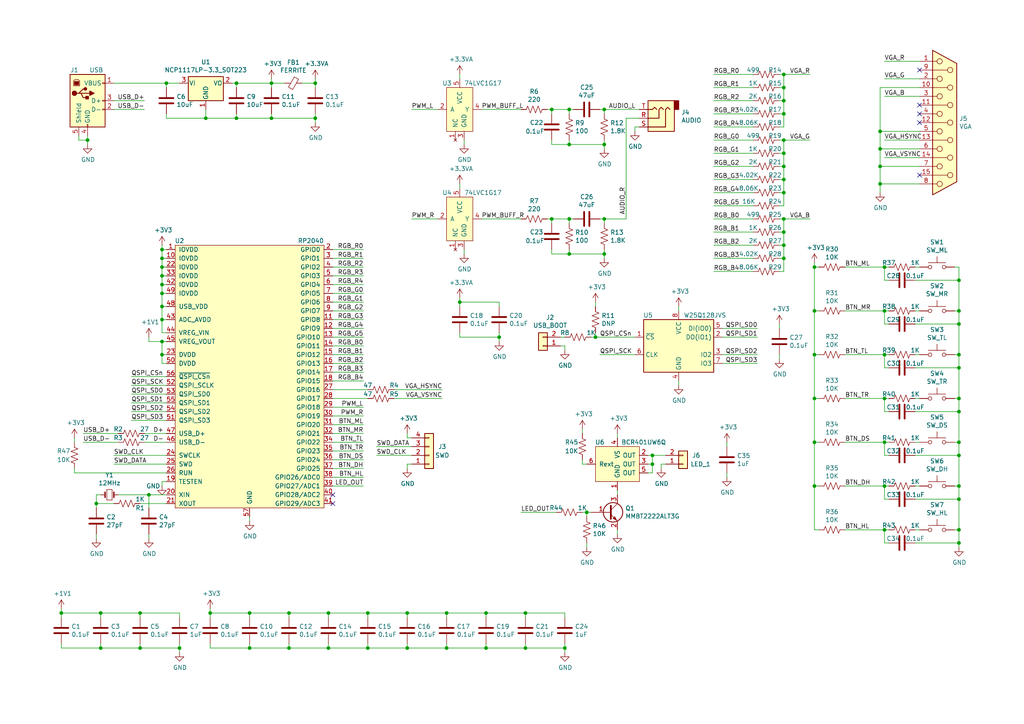
<source format=kicad_sch>
(kicad_sch (version 20210621) (generator eeschema)
  (paper "A4")
  (title_block (title "Electris Arcade Controller") (rev "A"))
  (junction (at 17.78 177.8))
  (junction (at 25.4 40.64))
  (junction (at 27.94 146.05))
  (junction (at 29.21 177.8))
  (junction (at 29.21 187.96))
  (junction (at 40.64 177.8))
  (junction (at 40.64 187.96))
  (junction (at 43.18 143.51))
  (junction (at 46.99 72.39))
  (junction (at 46.99 74.93))
  (junction (at 46.99 77.47))
  (junction (at 46.99 80.01))
  (junction (at 46.99 82.55))
  (junction (at 46.99 85.09))
  (junction (at 46.99 88.9))
  (junction (at 46.99 92.71))
  (junction (at 46.99 99.06))
  (junction (at 46.99 102.87))
  (junction (at 48.26 24.13))
  (junction (at 52.07 187.96))
  (junction (at 59.69 34.29))
  (junction (at 60.96 177.8))
  (junction (at 68.58 24.13))
  (junction (at 68.58 34.29))
  (junction (at 72.39 177.8))
  (junction (at 72.39 187.96))
  (junction (at 78.74 24.13))
  (junction (at 78.74 34.29))
  (junction (at 83.82 177.8))
  (junction (at 83.82 187.96))
  (junction (at 91.44 24.13))
  (junction (at 91.44 34.29))
  (junction (at 95.25 177.8))
  (junction (at 95.25 187.96))
  (junction (at 106.68 177.8))
  (junction (at 106.68 187.96))
  (junction (at 118.11 177.8))
  (junction (at 118.11 187.96))
  (junction (at 129.54 177.8))
  (junction (at 129.54 187.96))
  (junction (at 133.35 87.63))
  (junction (at 140.97 177.8))
  (junction (at 140.97 187.96))
  (junction (at 144.78 97.79))
  (junction (at 152.4 177.8))
  (junction (at 152.4 187.96))
  (junction (at 160.02 31.75))
  (junction (at 160.02 63.5))
  (junction (at 163.83 187.96))
  (junction (at 165.1 31.75))
  (junction (at 165.1 41.91))
  (junction (at 165.1 63.5))
  (junction (at 165.1 73.66))
  (junction (at 170.18 148.59))
  (junction (at 172.72 97.79))
  (junction (at 175.26 31.75))
  (junction (at 175.26 41.91))
  (junction (at 175.26 63.5))
  (junction (at 175.26 73.66))
  (junction (at 189.23 132.08))
  (junction (at 189.23 134.62))
  (junction (at 227.33 21.59))
  (junction (at 227.33 25.4))
  (junction (at 227.33 29.21))
  (junction (at 227.33 33.02))
  (junction (at 227.33 40.64))
  (junction (at 227.33 44.45))
  (junction (at 227.33 48.26))
  (junction (at 227.33 52.07))
  (junction (at 227.33 55.88))
  (junction (at 227.33 63.5))
  (junction (at 227.33 67.31))
  (junction (at 227.33 71.12))
  (junction (at 227.33 74.93))
  (junction (at 236.22 77.47))
  (junction (at 236.22 90.17))
  (junction (at 236.22 102.87))
  (junction (at 236.22 115.57))
  (junction (at 236.22 128.27))
  (junction (at 236.22 140.97))
  (junction (at 255.27 38.1))
  (junction (at 255.27 43.18))
  (junction (at 255.27 48.26))
  (junction (at 255.27 53.34))
  (junction (at 256.54 77.47))
  (junction (at 256.54 90.17))
  (junction (at 256.54 102.87))
  (junction (at 256.54 115.57))
  (junction (at 256.54 128.27))
  (junction (at 256.54 140.97))
  (junction (at 256.54 153.67))
  (junction (at 278.13 81.28))
  (junction (at 278.13 90.17))
  (junction (at 278.13 93.98))
  (junction (at 278.13 102.87))
  (junction (at 278.13 106.68))
  (junction (at 278.13 115.57))
  (junction (at 278.13 119.38))
  (junction (at 278.13 128.27))
  (junction (at 278.13 132.08))
  (junction (at 278.13 140.97))
  (junction (at 278.13 144.78))
  (junction (at 278.13 153.67))
  (junction (at 278.13 157.48))
  (no_connect (at 96.52 143.51))
  (no_connect (at 96.52 146.05))
  (no_connect (at 266.7 20.32))
  (no_connect (at 266.7 30.48))
  (no_connect (at 266.7 33.02))
  (no_connect (at 266.7 35.56))
  (no_connect (at 266.7 50.8))
  (wire (pts (xy 17.78 177.8) (xy 17.78 176.53)))
  (wire (pts (xy 17.78 177.8) (xy 29.21 177.8)))
  (wire (pts (xy 17.78 179.07) (xy 17.78 177.8)))
  (wire (pts (xy 17.78 187.96) (xy 17.78 186.69)))
  (wire (pts (xy 21.59 128.27) (xy 21.59 127)))
  (wire (pts (xy 21.59 137.16) (xy 21.59 135.89)))
  (wire (pts (xy 22.86 39.37) (xy 22.86 40.64)))
  (wire (pts (xy 22.86 40.64) (xy 25.4 40.64)))
  (wire (pts (xy 24.13 128.27) (xy 34.29 128.27)))
  (wire (pts (xy 25.4 40.64) (xy 25.4 39.37)))
  (wire (pts (xy 25.4 40.64) (xy 25.4 41.91)))
  (wire (pts (xy 27.94 143.51) (xy 27.94 146.05)))
  (wire (pts (xy 27.94 143.51) (xy 29.21 143.51)))
  (wire (pts (xy 27.94 146.05) (xy 27.94 147.32)))
  (wire (pts (xy 27.94 154.94) (xy 27.94 156.21)))
  (wire (pts (xy 29.21 177.8) (xy 29.21 179.07)))
  (wire (pts (xy 29.21 177.8) (xy 40.64 177.8)))
  (wire (pts (xy 29.21 186.69) (xy 29.21 187.96)))
  (wire (pts (xy 29.21 187.96) (xy 17.78 187.96)))
  (wire (pts (xy 29.21 187.96) (xy 40.64 187.96)))
  (wire (pts (xy 33.02 24.13) (xy 48.26 24.13)))
  (wire (pts (xy 33.02 31.75) (xy 41.91 31.75)))
  (wire (pts (xy 33.02 132.08) (xy 48.26 132.08)))
  (wire (pts (xy 33.02 134.62) (xy 48.26 134.62)))
  (wire (pts (xy 33.02 146.05) (xy 27.94 146.05)))
  (wire (pts (xy 34.29 125.73) (xy 24.13 125.73)))
  (wire (pts (xy 34.29 143.51) (xy 43.18 143.51)))
  (wire (pts (xy 38.1 109.22) (xy 48.26 109.22)))
  (wire (pts (xy 38.1 111.76) (xy 48.26 111.76)))
  (wire (pts (xy 38.1 116.84) (xy 48.26 116.84)))
  (wire (pts (xy 38.1 121.92) (xy 48.26 121.92)))
  (wire (pts (xy 40.64 146.05) (xy 48.26 146.05)))
  (wire (pts (xy 40.64 177.8) (xy 40.64 179.07)))
  (wire (pts (xy 40.64 177.8) (xy 52.07 177.8)))
  (wire (pts (xy 40.64 187.96) (xy 40.64 186.69)))
  (wire (pts (xy 41.91 29.21) (xy 33.02 29.21)))
  (wire (pts (xy 41.91 125.73) (xy 48.26 125.73)))
  (wire (pts (xy 43.18 97.79) (xy 43.18 99.06)))
  (wire (pts (xy 43.18 99.06) (xy 46.99 99.06)))
  (wire (pts (xy 43.18 143.51) (xy 43.18 147.32)))
  (wire (pts (xy 43.18 143.51) (xy 48.26 143.51)))
  (wire (pts (xy 43.18 154.94) (xy 43.18 156.21)))
  (wire (pts (xy 46.99 71.12) (xy 46.99 72.39)))
  (wire (pts (xy 46.99 72.39) (xy 46.99 74.93)))
  (wire (pts (xy 46.99 72.39) (xy 48.26 72.39)))
  (wire (pts (xy 46.99 74.93) (xy 48.26 74.93)))
  (wire (pts (xy 46.99 77.47) (xy 46.99 74.93)))
  (wire (pts (xy 46.99 80.01) (xy 46.99 77.47)))
  (wire (pts (xy 46.99 82.55) (xy 46.99 80.01)))
  (wire (pts (xy 46.99 85.09) (xy 46.99 82.55)))
  (wire (pts (xy 46.99 88.9) (xy 46.99 85.09)))
  (wire (pts (xy 46.99 92.71) (xy 46.99 88.9)))
  (wire (pts (xy 46.99 96.52) (xy 46.99 92.71)))
  (wire (pts (xy 46.99 99.06) (xy 46.99 102.87)))
  (wire (pts (xy 46.99 102.87) (xy 46.99 105.41)))
  (wire (pts (xy 46.99 105.41) (xy 48.26 105.41)))
  (wire (pts (xy 46.99 139.7) (xy 46.99 140.97)))
  (wire (pts (xy 48.26 24.13) (xy 52.07 24.13)))
  (wire (pts (xy 48.26 25.4) (xy 48.26 24.13)))
  (wire (pts (xy 48.26 33.02) (xy 48.26 34.29)))
  (wire (pts (xy 48.26 77.47) (xy 46.99 77.47)))
  (wire (pts (xy 48.26 80.01) (xy 46.99 80.01)))
  (wire (pts (xy 48.26 82.55) (xy 46.99 82.55)))
  (wire (pts (xy 48.26 85.09) (xy 46.99 85.09)))
  (wire (pts (xy 48.26 88.9) (xy 46.99 88.9)))
  (wire (pts (xy 48.26 92.71) (xy 46.99 92.71)))
  (wire (pts (xy 48.26 96.52) (xy 46.99 96.52)))
  (wire (pts (xy 48.26 99.06) (xy 46.99 99.06)))
  (wire (pts (xy 48.26 102.87) (xy 46.99 102.87)))
  (wire (pts (xy 48.26 114.3) (xy 38.1 114.3)))
  (wire (pts (xy 48.26 119.38) (xy 38.1 119.38)))
  (wire (pts (xy 48.26 128.27) (xy 41.91 128.27)))
  (wire (pts (xy 48.26 137.16) (xy 21.59 137.16)))
  (wire (pts (xy 48.26 139.7) (xy 46.99 139.7)))
  (wire (pts (xy 52.07 177.8) (xy 52.07 179.07)))
  (wire (pts (xy 52.07 186.69) (xy 52.07 187.96)))
  (wire (pts (xy 52.07 187.96) (xy 40.64 187.96)))
  (wire (pts (xy 52.07 187.96) (xy 52.07 189.23)))
  (wire (pts (xy 59.69 31.75) (xy 59.69 34.29)))
  (wire (pts (xy 59.69 34.29) (xy 48.26 34.29)))
  (wire (pts (xy 60.96 176.53) (xy 60.96 177.8)))
  (wire (pts (xy 60.96 177.8) (xy 60.96 179.07)))
  (wire (pts (xy 60.96 177.8) (xy 72.39 177.8)))
  (wire (pts (xy 60.96 186.69) (xy 60.96 187.96)))
  (wire (pts (xy 60.96 187.96) (xy 72.39 187.96)))
  (wire (pts (xy 67.31 24.13) (xy 68.58 24.13)))
  (wire (pts (xy 68.58 24.13) (xy 68.58 25.4)))
  (wire (pts (xy 68.58 24.13) (xy 78.74 24.13)))
  (wire (pts (xy 68.58 33.02) (xy 68.58 34.29)))
  (wire (pts (xy 68.58 34.29) (xy 59.69 34.29)))
  (wire (pts (xy 68.58 34.29) (xy 78.74 34.29)))
  (wire (pts (xy 72.39 149.86) (xy 72.39 151.13)))
  (wire (pts (xy 72.39 177.8) (xy 72.39 179.07)))
  (wire (pts (xy 72.39 177.8) (xy 83.82 177.8)))
  (wire (pts (xy 72.39 186.69) (xy 72.39 187.96)))
  (wire (pts (xy 72.39 187.96) (xy 83.82 187.96)))
  (wire (pts (xy 78.74 22.86) (xy 78.74 24.13)))
  (wire (pts (xy 78.74 24.13) (xy 78.74 25.4)))
  (wire (pts (xy 78.74 24.13) (xy 82.55 24.13)))
  (wire (pts (xy 78.74 33.02) (xy 78.74 34.29)))
  (wire (pts (xy 78.74 34.29) (xy 91.44 34.29)))
  (wire (pts (xy 83.82 177.8) (xy 83.82 179.07)))
  (wire (pts (xy 83.82 177.8) (xy 95.25 177.8)))
  (wire (pts (xy 83.82 186.69) (xy 83.82 187.96)))
  (wire (pts (xy 83.82 187.96) (xy 95.25 187.96)))
  (wire (pts (xy 87.63 24.13) (xy 91.44 24.13)))
  (wire (pts (xy 91.44 22.86) (xy 91.44 24.13)))
  (wire (pts (xy 91.44 25.4) (xy 91.44 24.13)))
  (wire (pts (xy 91.44 34.29) (xy 91.44 33.02)))
  (wire (pts (xy 91.44 34.29) (xy 91.44 35.56)))
  (wire (pts (xy 95.25 177.8) (xy 95.25 179.07)))
  (wire (pts (xy 95.25 177.8) (xy 106.68 177.8)))
  (wire (pts (xy 95.25 186.69) (xy 95.25 187.96)))
  (wire (pts (xy 95.25 187.96) (xy 106.68 187.96)))
  (wire (pts (xy 96.52 74.93) (xy 105.41 74.93)))
  (wire (pts (xy 96.52 80.01) (xy 105.41 80.01)))
  (wire (pts (xy 96.52 87.63) (xy 105.41 87.63)))
  (wire (pts (xy 96.52 92.71) (xy 105.41 92.71)))
  (wire (pts (xy 96.52 102.87) (xy 105.41 102.87)))
  (wire (pts (xy 96.52 107.95) (xy 105.41 107.95)))
  (wire (pts (xy 96.52 125.73) (xy 105.41 125.73)))
  (wire (pts (xy 96.52 130.81) (xy 105.41 130.81)))
  (wire (pts (xy 96.52 135.89) (xy 105.41 135.89)))
  (wire (pts (xy 105.41 72.39) (xy 96.52 72.39)))
  (wire (pts (xy 105.41 77.47) (xy 96.52 77.47)))
  (wire (pts (xy 105.41 82.55) (xy 96.52 82.55)))
  (wire (pts (xy 105.41 85.09) (xy 96.52 85.09)))
  (wire (pts (xy 105.41 90.17) (xy 96.52 90.17)))
  (wire (pts (xy 105.41 95.25) (xy 96.52 95.25)))
  (wire (pts (xy 105.41 97.79) (xy 96.52 97.79)))
  (wire (pts (xy 105.41 100.33) (xy 96.52 100.33)))
  (wire (pts (xy 105.41 105.41) (xy 96.52 105.41)))
  (wire (pts (xy 105.41 110.49) (xy 96.52 110.49)))
  (wire (pts (xy 105.41 118.11) (xy 96.52 118.11)))
  (wire (pts (xy 105.41 120.65) (xy 96.52 120.65)))
  (wire (pts (xy 105.41 123.19) (xy 96.52 123.19)))
  (wire (pts (xy 105.41 128.27) (xy 96.52 128.27)))
  (wire (pts (xy 105.41 133.35) (xy 96.52 133.35)))
  (wire (pts (xy 105.41 138.43) (xy 96.52 138.43)))
  (wire (pts (xy 105.41 140.97) (xy 96.52 140.97)))
  (wire (pts (xy 106.68 113.03) (xy 96.52 113.03)))
  (wire (pts (xy 106.68 115.57) (xy 96.52 115.57)))
  (wire (pts (xy 106.68 177.8) (xy 106.68 179.07)))
  (wire (pts (xy 106.68 177.8) (xy 118.11 177.8)))
  (wire (pts (xy 106.68 186.69) (xy 106.68 187.96)))
  (wire (pts (xy 106.68 187.96) (xy 118.11 187.96)))
  (wire (pts (xy 114.3 113.03) (xy 128.27 113.03)))
  (wire (pts (xy 118.11 127) (xy 118.11 125.73)))
  (wire (pts (xy 118.11 134.62) (xy 118.11 135.89)))
  (wire (pts (xy 118.11 177.8) (xy 118.11 179.07)))
  (wire (pts (xy 118.11 177.8) (xy 129.54 177.8)))
  (wire (pts (xy 118.11 186.69) (xy 118.11 187.96)))
  (wire (pts (xy 118.11 187.96) (xy 129.54 187.96)))
  (wire (pts (xy 119.38 31.75) (xy 127 31.75)))
  (wire (pts (xy 119.38 63.5) (xy 127 63.5)))
  (wire (pts (xy 119.38 127) (xy 118.11 127)))
  (wire (pts (xy 119.38 129.54) (xy 109.22 129.54)))
  (wire (pts (xy 119.38 132.08) (xy 109.22 132.08)))
  (wire (pts (xy 119.38 134.62) (xy 118.11 134.62)))
  (wire (pts (xy 128.27 115.57) (xy 114.3 115.57)))
  (wire (pts (xy 129.54 177.8) (xy 129.54 179.07)))
  (wire (pts (xy 129.54 177.8) (xy 140.97 177.8)))
  (wire (pts (xy 129.54 186.69) (xy 129.54 187.96)))
  (wire (pts (xy 129.54 187.96) (xy 140.97 187.96)))
  (wire (pts (xy 133.35 21.59) (xy 133.35 22.86)))
  (wire (pts (xy 133.35 53.34) (xy 133.35 54.61)))
  (wire (pts (xy 133.35 86.36) (xy 133.35 87.63)))
  (wire (pts (xy 133.35 87.63) (xy 133.35 88.9)))
  (wire (pts (xy 133.35 87.63) (xy 144.78 87.63)))
  (wire (pts (xy 133.35 97.79) (xy 133.35 96.52)))
  (wire (pts (xy 134.62 40.64) (xy 134.62 41.91)))
  (wire (pts (xy 134.62 72.39) (xy 134.62 73.66)))
  (wire (pts (xy 140.97 177.8) (xy 140.97 179.07)))
  (wire (pts (xy 140.97 177.8) (xy 152.4 177.8)))
  (wire (pts (xy 140.97 186.69) (xy 140.97 187.96)))
  (wire (pts (xy 140.97 187.96) (xy 152.4 187.96)))
  (wire (pts (xy 144.78 87.63) (xy 144.78 88.9)))
  (wire (pts (xy 144.78 96.52) (xy 144.78 97.79)))
  (wire (pts (xy 144.78 97.79) (xy 133.35 97.79)))
  (wire (pts (xy 144.78 97.79) (xy 144.78 99.06)))
  (wire (pts (xy 151.13 31.75) (xy 139.7 31.75)))
  (wire (pts (xy 151.13 63.5) (xy 139.7 63.5)))
  (wire (pts (xy 151.13 148.59) (xy 161.29 148.59)))
  (wire (pts (xy 152.4 177.8) (xy 152.4 179.07)))
  (wire (pts (xy 152.4 177.8) (xy 163.83 177.8)))
  (wire (pts (xy 152.4 187.96) (xy 152.4 186.69)))
  (wire (pts (xy 158.75 31.75) (xy 160.02 31.75)))
  (wire (pts (xy 158.75 63.5) (xy 160.02 63.5)))
  (wire (pts (xy 160.02 31.75) (xy 160.02 33.02)))
  (wire (pts (xy 160.02 40.64) (xy 160.02 41.91)))
  (wire (pts (xy 160.02 63.5) (xy 160.02 64.77)))
  (wire (pts (xy 160.02 72.39) (xy 160.02 73.66)))
  (wire (pts (xy 162.56 97.79) (xy 163.83 97.79)))
  (wire (pts (xy 162.56 100.33) (xy 163.83 100.33)))
  (wire (pts (xy 163.83 100.33) (xy 163.83 101.6)))
  (wire (pts (xy 163.83 177.8) (xy 163.83 179.07)))
  (wire (pts (xy 163.83 186.69) (xy 163.83 187.96)))
  (wire (pts (xy 163.83 187.96) (xy 152.4 187.96)))
  (wire (pts (xy 163.83 187.96) (xy 163.83 189.23)))
  (wire (pts (xy 165.1 31.75) (xy 160.02 31.75)))
  (wire (pts (xy 165.1 31.75) (xy 165.1 33.02)))
  (wire (pts (xy 165.1 40.64) (xy 165.1 41.91)))
  (wire (pts (xy 165.1 41.91) (xy 160.02 41.91)))
  (wire (pts (xy 165.1 63.5) (xy 160.02 63.5)))
  (wire (pts (xy 165.1 63.5) (xy 165.1 64.77)))
  (wire (pts (xy 165.1 72.39) (xy 165.1 73.66)))
  (wire (pts (xy 165.1 73.66) (xy 160.02 73.66)))
  (wire (pts (xy 166.37 31.75) (xy 165.1 31.75)))
  (wire (pts (xy 166.37 63.5) (xy 165.1 63.5)))
  (wire (pts (xy 168.91 125.73) (xy 168.91 124.46)))
  (wire (pts (xy 168.91 134.62) (xy 168.91 133.35)))
  (wire (pts (xy 170.18 134.62) (xy 168.91 134.62)))
  (wire (pts (xy 170.18 148.59) (xy 168.91 148.59)))
  (wire (pts (xy 170.18 149.86) (xy 170.18 148.59)))
  (wire (pts (xy 170.18 157.48) (xy 170.18 158.75)))
  (wire (pts (xy 171.45 97.79) (xy 172.72 97.79)))
  (wire (pts (xy 171.45 148.59) (xy 170.18 148.59)))
  (wire (pts (xy 172.72 87.63) (xy 172.72 88.9)))
  (wire (pts (xy 172.72 96.52) (xy 172.72 97.79)))
  (wire (pts (xy 172.72 97.79) (xy 184.15 97.79)))
  (wire (pts (xy 173.99 31.75) (xy 175.26 31.75)))
  (wire (pts (xy 173.99 63.5) (xy 175.26 63.5)))
  (wire (pts (xy 175.26 31.75) (xy 175.26 33.02)))
  (wire (pts (xy 175.26 31.75) (xy 185.42 31.75)))
  (wire (pts (xy 175.26 40.64) (xy 175.26 41.91)))
  (wire (pts (xy 175.26 41.91) (xy 165.1 41.91)))
  (wire (pts (xy 175.26 41.91) (xy 175.26 43.18)))
  (wire (pts (xy 175.26 63.5) (xy 175.26 64.77)))
  (wire (pts (xy 175.26 63.5) (xy 181.61 63.5)))
  (wire (pts (xy 175.26 72.39) (xy 175.26 73.66)))
  (wire (pts (xy 175.26 73.66) (xy 165.1 73.66)))
  (wire (pts (xy 175.26 73.66) (xy 175.26 74.93)))
  (wire (pts (xy 179.07 127) (xy 179.07 125.73)))
  (wire (pts (xy 179.07 142.24) (xy 179.07 143.51)))
  (wire (pts (xy 179.07 153.67) (xy 179.07 154.94)))
  (wire (pts (xy 181.61 34.29) (xy 185.42 34.29)))
  (wire (pts (xy 181.61 63.5) (xy 181.61 34.29)))
  (wire (pts (xy 184.15 36.83) (xy 184.15 38.1)))
  (wire (pts (xy 184.15 102.87) (xy 173.99 102.87)))
  (wire (pts (xy 185.42 36.83) (xy 184.15 36.83)))
  (wire (pts (xy 187.96 132.08) (xy 189.23 132.08)))
  (wire (pts (xy 187.96 137.16) (xy 189.23 137.16)))
  (wire (pts (xy 189.23 132.08) (xy 189.23 134.62)))
  (wire (pts (xy 189.23 132.08) (xy 193.04 132.08)))
  (wire (pts (xy 189.23 134.62) (xy 187.96 134.62)))
  (wire (pts (xy 189.23 137.16) (xy 189.23 134.62)))
  (wire (pts (xy 191.77 134.62) (xy 191.77 135.89)))
  (wire (pts (xy 191.77 134.62) (xy 193.04 134.62)))
  (wire (pts (xy 196.85 88.9) (xy 196.85 90.17)))
  (wire (pts (xy 196.85 110.49) (xy 196.85 111.76)))
  (wire (pts (xy 207.01 21.59) (xy 218.44 21.59)))
  (wire (pts (xy 207.01 29.21) (xy 218.44 29.21)))
  (wire (pts (xy 207.01 36.83) (xy 218.44 36.83)))
  (wire (pts (xy 207.01 40.64) (xy 218.44 40.64)))
  (wire (pts (xy 207.01 48.26) (xy 218.44 48.26)))
  (wire (pts (xy 207.01 55.88) (xy 218.44 55.88)))
  (wire (pts (xy 207.01 59.69) (xy 218.44 59.69)))
  (wire (pts (xy 207.01 63.5) (xy 218.44 63.5)))
  (wire (pts (xy 207.01 71.12) (xy 218.44 71.12)))
  (wire (pts (xy 207.01 78.74) (xy 218.44 78.74)))
  (wire (pts (xy 209.55 95.25) (xy 219.71 95.25)))
  (wire (pts (xy 209.55 102.87) (xy 219.71 102.87)))
  (wire (pts (xy 210.82 128.27) (xy 210.82 129.54)))
  (wire (pts (xy 210.82 137.16) (xy 210.82 138.43)))
  (wire (pts (xy 218.44 25.4) (xy 207.01 25.4)))
  (wire (pts (xy 218.44 33.02) (xy 207.01 33.02)))
  (wire (pts (xy 218.44 44.45) (xy 207.01 44.45)))
  (wire (pts (xy 218.44 52.07) (xy 207.01 52.07)))
  (wire (pts (xy 218.44 67.31) (xy 207.01 67.31)))
  (wire (pts (xy 218.44 74.93) (xy 207.01 74.93)))
  (wire (pts (xy 219.71 97.79) (xy 209.55 97.79)))
  (wire (pts (xy 219.71 105.41) (xy 209.55 105.41)))
  (wire (pts (xy 226.06 21.59) (xy 227.33 21.59)))
  (wire (pts (xy 226.06 29.21) (xy 227.33 29.21)))
  (wire (pts (xy 226.06 33.02) (xy 227.33 33.02)))
  (wire (pts (xy 226.06 36.83) (xy 227.33 36.83)))
  (wire (pts (xy 226.06 40.64) (xy 227.33 40.64)))
  (wire (pts (xy 226.06 48.26) (xy 227.33 48.26)))
  (wire (pts (xy 226.06 52.07) (xy 227.33 52.07)))
  (wire (pts (xy 226.06 55.88) (xy 227.33 55.88)))
  (wire (pts (xy 226.06 59.69) (xy 227.33 59.69)))
  (wire (pts (xy 226.06 63.5) (xy 227.33 63.5)))
  (wire (pts (xy 226.06 71.12) (xy 227.33 71.12)))
  (wire (pts (xy 226.06 74.93) (xy 227.33 74.93)))
  (wire (pts (xy 226.06 78.74) (xy 227.33 78.74)))
  (wire (pts (xy 226.06 93.98) (xy 226.06 95.25)))
  (wire (pts (xy 226.06 102.87) (xy 226.06 104.14)))
  (wire (pts (xy 227.33 21.59) (xy 234.95 21.59)))
  (wire (pts (xy 227.33 25.4) (xy 226.06 25.4)))
  (wire (pts (xy 227.33 25.4) (xy 227.33 21.59)))
  (wire (pts (xy 227.33 29.21) (xy 227.33 25.4)))
  (wire (pts (xy 227.33 33.02) (xy 227.33 29.21)))
  (wire (pts (xy 227.33 33.02) (xy 227.33 36.83)))
  (wire (pts (xy 227.33 40.64) (xy 234.95 40.64)))
  (wire (pts (xy 227.33 44.45) (xy 226.06 44.45)))
  (wire (pts (xy 227.33 44.45) (xy 227.33 40.64)))
  (wire (pts (xy 227.33 48.26) (xy 227.33 44.45)))
  (wire (pts (xy 227.33 52.07) (xy 227.33 48.26)))
  (wire (pts (xy 227.33 55.88) (xy 227.33 52.07)))
  (wire (pts (xy 227.33 59.69) (xy 227.33 55.88)))
  (wire (pts (xy 227.33 63.5) (xy 234.95 63.5)))
  (wire (pts (xy 227.33 67.31) (xy 226.06 67.31)))
  (wire (pts (xy 227.33 67.31) (xy 227.33 63.5)))
  (wire (pts (xy 227.33 71.12) (xy 227.33 67.31)))
  (wire (pts (xy 227.33 74.93) (xy 227.33 71.12)))
  (wire (pts (xy 227.33 78.74) (xy 227.33 74.93)))
  (wire (pts (xy 236.22 77.47) (xy 236.22 76.2)))
  (wire (pts (xy 236.22 77.47) (xy 237.49 77.47)))
  (wire (pts (xy 236.22 90.17) (xy 236.22 77.47)))
  (wire (pts (xy 236.22 102.87) (xy 236.22 90.17)))
  (wire (pts (xy 236.22 115.57) (xy 236.22 102.87)))
  (wire (pts (xy 236.22 128.27) (xy 236.22 115.57)))
  (wire (pts (xy 236.22 140.97) (xy 236.22 128.27)))
  (wire (pts (xy 236.22 153.67) (xy 236.22 140.97)))
  (wire (pts (xy 237.49 90.17) (xy 236.22 90.17)))
  (wire (pts (xy 237.49 102.87) (xy 236.22 102.87)))
  (wire (pts (xy 237.49 115.57) (xy 236.22 115.57)))
  (wire (pts (xy 237.49 128.27) (xy 236.22 128.27)))
  (wire (pts (xy 237.49 140.97) (xy 236.22 140.97)))
  (wire (pts (xy 237.49 153.67) (xy 236.22 153.67)))
  (wire (pts (xy 245.11 77.47) (xy 256.54 77.47)))
  (wire (pts (xy 255.27 25.4) (xy 255.27 38.1)))
  (wire (pts (xy 255.27 38.1) (xy 266.7 38.1)))
  (wire (pts (xy 255.27 43.18) (xy 255.27 38.1)))
  (wire (pts (xy 255.27 43.18) (xy 255.27 48.26)))
  (wire (pts (xy 255.27 48.26) (xy 255.27 53.34)))
  (wire (pts (xy 255.27 53.34) (xy 255.27 55.88)))
  (wire (pts (xy 256.54 17.78) (xy 266.7 17.78)))
  (wire (pts (xy 256.54 22.86) (xy 266.7 22.86)))
  (wire (pts (xy 256.54 27.94) (xy 266.7 27.94)))
  (wire (pts (xy 256.54 40.64) (xy 266.7 40.64)))
  (wire (pts (xy 256.54 45.72) (xy 266.7 45.72)))
  (wire (pts (xy 256.54 77.47) (xy 257.81 77.47)))
  (wire (pts (xy 256.54 81.28) (xy 256.54 77.47)))
  (wire (pts (xy 256.54 90.17) (xy 245.11 90.17)))
  (wire (pts (xy 256.54 93.98) (xy 256.54 90.17)))
  (wire (pts (xy 256.54 102.87) (xy 245.11 102.87)))
  (wire (pts (xy 256.54 106.68) (xy 256.54 102.87)))
  (wire (pts (xy 256.54 115.57) (xy 245.11 115.57)))
  (wire (pts (xy 256.54 119.38) (xy 256.54 115.57)))
  (wire (pts (xy 256.54 128.27) (xy 245.11 128.27)))
  (wire (pts (xy 256.54 132.08) (xy 256.54 128.27)))
  (wire (pts (xy 256.54 140.97) (xy 245.11 140.97)))
  (wire (pts (xy 256.54 144.78) (xy 256.54 140.97)))
  (wire (pts (xy 256.54 153.67) (xy 245.11 153.67)))
  (wire (pts (xy 256.54 157.48) (xy 256.54 153.67)))
  (wire (pts (xy 257.81 81.28) (xy 256.54 81.28)))
  (wire (pts (xy 257.81 90.17) (xy 256.54 90.17)))
  (wire (pts (xy 257.81 93.98) (xy 256.54 93.98)))
  (wire (pts (xy 257.81 102.87) (xy 256.54 102.87)))
  (wire (pts (xy 257.81 106.68) (xy 256.54 106.68)))
  (wire (pts (xy 257.81 115.57) (xy 256.54 115.57)))
  (wire (pts (xy 257.81 119.38) (xy 256.54 119.38)))
  (wire (pts (xy 257.81 128.27) (xy 256.54 128.27)))
  (wire (pts (xy 257.81 132.08) (xy 256.54 132.08)))
  (wire (pts (xy 257.81 140.97) (xy 256.54 140.97)))
  (wire (pts (xy 257.81 144.78) (xy 256.54 144.78)))
  (wire (pts (xy 257.81 153.67) (xy 256.54 153.67)))
  (wire (pts (xy 257.81 157.48) (xy 256.54 157.48)))
  (wire (pts (xy 265.43 77.47) (xy 266.7 77.47)))
  (wire (pts (xy 265.43 81.28) (xy 278.13 81.28)))
  (wire (pts (xy 265.43 90.17) (xy 266.7 90.17)))
  (wire (pts (xy 265.43 93.98) (xy 278.13 93.98)))
  (wire (pts (xy 265.43 102.87) (xy 266.7 102.87)))
  (wire (pts (xy 265.43 106.68) (xy 278.13 106.68)))
  (wire (pts (xy 265.43 115.57) (xy 266.7 115.57)))
  (wire (pts (xy 265.43 119.38) (xy 278.13 119.38)))
  (wire (pts (xy 265.43 128.27) (xy 266.7 128.27)))
  (wire (pts (xy 265.43 132.08) (xy 278.13 132.08)))
  (wire (pts (xy 265.43 140.97) (xy 266.7 140.97)))
  (wire (pts (xy 265.43 144.78) (xy 278.13 144.78)))
  (wire (pts (xy 265.43 153.67) (xy 266.7 153.67)))
  (wire (pts (xy 265.43 157.48) (xy 278.13 157.48)))
  (wire (pts (xy 266.7 25.4) (xy 255.27 25.4)))
  (wire (pts (xy 266.7 43.18) (xy 255.27 43.18)))
  (wire (pts (xy 266.7 48.26) (xy 255.27 48.26)))
  (wire (pts (xy 266.7 53.34) (xy 255.27 53.34)))
  (wire (pts (xy 278.13 77.47) (xy 276.86 77.47)))
  (wire (pts (xy 278.13 77.47) (xy 278.13 81.28)))
  (wire (pts (xy 278.13 81.28) (xy 278.13 90.17)))
  (wire (pts (xy 278.13 90.17) (xy 276.86 90.17)))
  (wire (pts (xy 278.13 90.17) (xy 278.13 93.98)))
  (wire (pts (xy 278.13 93.98) (xy 278.13 102.87)))
  (wire (pts (xy 278.13 102.87) (xy 276.86 102.87)))
  (wire (pts (xy 278.13 102.87) (xy 278.13 106.68)))
  (wire (pts (xy 278.13 106.68) (xy 278.13 115.57)))
  (wire (pts (xy 278.13 115.57) (xy 276.86 115.57)))
  (wire (pts (xy 278.13 115.57) (xy 278.13 119.38)))
  (wire (pts (xy 278.13 119.38) (xy 278.13 128.27)))
  (wire (pts (xy 278.13 128.27) (xy 276.86 128.27)))
  (wire (pts (xy 278.13 128.27) (xy 278.13 132.08)))
  (wire (pts (xy 278.13 132.08) (xy 278.13 140.97)))
  (wire (pts (xy 278.13 140.97) (xy 276.86 140.97)))
  (wire (pts (xy 278.13 140.97) (xy 278.13 144.78)))
  (wire (pts (xy 278.13 144.78) (xy 278.13 153.67)))
  (wire (pts (xy 278.13 153.67) (xy 276.86 153.67)))
  (wire (pts (xy 278.13 157.48) (xy 278.13 153.67)))
  (wire (pts (xy 278.13 157.48) (xy 278.13 158.75)))
  (label "USB_D+" (at 24.13 125.73 0))
  (label "USB_D-" (at 24.13 128.27 0))
  (label "SWD_CLK" (at 33.02 132.08 0))
  (label "SWD_DATA" (at 33.02 134.62 0))
  (label "QSPI_CSn" (at 38.1 109.22 0))
  (label "QSPI_SCK" (at 38.1 111.76 0))
  (label "QSPI_SD0" (at 38.1 114.3 0))
  (label "QSPI_SD1" (at 38.1 116.84 0))
  (label "QSPI_SD2" (at 38.1 119.38 0))
  (label "QSPI_SD3" (at 38.1 121.92 0))
  (label "USB_D+" (at 41.91 29.21 180))
  (label "USB_D-" (at 41.91 31.75 180))
  (label "D+" (at 44.45 125.73 0))
  (label "D-" (at 44.45 128.27 0))
  (label "RGB_R0" (at 105.41 72.39 180))
  (label "RGB_R1" (at 105.41 74.93 180))
  (label "RGB_R2" (at 105.41 77.47 180))
  (label "RGB_R3" (at 105.41 80.01 180))
  (label "RGB_R4" (at 105.41 82.55 180))
  (label "RGB_G0" (at 105.41 85.09 180))
  (label "RGB_G1" (at 105.41 87.63 180))
  (label "RGB_G2" (at 105.41 90.17 180))
  (label "RGB_G3" (at 105.41 92.71 180))
  (label "RGB_G4" (at 105.41 95.25 180))
  (label "RGB_G5" (at 105.41 97.79 180))
  (label "RGB_B0" (at 105.41 100.33 180))
  (label "RGB_B1" (at 105.41 102.87 180))
  (label "RGB_B2" (at 105.41 105.41 180))
  (label "RGB_B3" (at 105.41 107.95 180))
  (label "RGB_B4" (at 105.41 110.49 180))
  (label "PWM_L" (at 105.41 118.11 180))
  (label "PWM_R" (at 105.41 120.65 180))
  (label "BTN_ML" (at 105.41 123.19 180))
  (label "BTN_MR" (at 105.41 125.73 180))
  (label "BTN_TL" (at 105.41 128.27 180))
  (label "BTN_TR" (at 105.41 130.81 180))
  (label "BTN_DS" (at 105.41 133.35 180))
  (label "BTN_DH" (at 105.41 135.89 180))
  (label "BTN_HL" (at 105.41 138.43 180))
  (label "LED_OUT" (at 105.41 140.97 180))
  (label "SWD_DATA" (at 109.22 129.54 0))
  (label "SWD_CLK" (at 109.22 132.08 0))
  (label "PWM_L" (at 119.38 31.75 0))
  (label "PWM_R" (at 119.38 63.5 0))
  (label "VGA_HSYNC" (at 128.27 113.03 180))
  (label "VGA_VSYNC" (at 128.27 115.57 180))
  (label "PWM_BUFF_L" (at 139.7 31.75 0))
  (label "PWM_BUFF_R" (at 139.7 63.5 0))
  (label "LED_OUT" (at 151.13 148.59 0))
  (label "QSPI_CSn" (at 173.99 97.79 0))
  (label "QSPI_SCK" (at 173.99 102.87 0))
  (label "AUDIO_L" (at 176.53 31.75 0))
  (label "AUDIO_R" (at 181.61 62.23 90))
  (label "RGB_R0" (at 207.01 21.59 0))
  (label "RGB_R1" (at 207.01 25.4 0))
  (label "RGB_R2" (at 207.01 29.21 0))
  (label "RGB_R3" (at 207.01 33.02 0))
  (label "RGB_R4" (at 207.01 36.83 0))
  (label "RGB_G0" (at 207.01 40.64 0))
  (label "RGB_G1" (at 207.01 44.45 0))
  (label "RGB_G2" (at 207.01 48.26 0))
  (label "RGB_G3" (at 207.01 52.07 0))
  (label "RGB_G4" (at 207.01 55.88 0))
  (label "RGB_G5" (at 207.01 59.69 0))
  (label "RGB_B0" (at 207.01 63.5 0))
  (label "RGB_B1" (at 207.01 67.31 0))
  (label "RGB_B2" (at 207.01 71.12 0))
  (label "RGB_B3" (at 207.01 74.93 0))
  (label "RGB_B4" (at 207.01 78.74 0))
  (label "QSPI_SD0" (at 219.71 95.25 180))
  (label "QSPI_SD1" (at 219.71 97.79 180))
  (label "QSPI_SD2" (at 219.71 102.87 180))
  (label "QSPI_SD3" (at 219.71 105.41 180))
  (label "VGA_R" (at 234.95 21.59 180))
  (label "VGA_G" (at 234.95 40.64 180))
  (label "VGA_B" (at 234.95 63.5 180))
  (label "BTN_ML" (at 245.11 77.47 0))
  (label "BTN_MR" (at 245.11 90.17 0))
  (label "BTN_TL" (at 245.11 102.87 0))
  (label "BTN_TR" (at 245.11 115.57 0))
  (label "BTN_DS" (at 245.11 128.27 0))
  (label "BTN_DH" (at 245.11 140.97 0))
  (label "BTN_HL" (at 245.11 153.67 0))
  (label "VGA_R" (at 256.54 17.78 0))
  (label "VGA_G" (at 256.54 22.86 0))
  (label "VGA_B" (at 256.54 27.94 0))
  (label "VGA_HSYNC" (at 256.54 40.64 0))
  (label "VGA_VSYNC" (at 256.54 45.72 0))
  (symbol (lib_id "power:+1V1") (at 17.78 176.53 0) (unit 1)
    (property "Reference" "#PWR01" (effects hide))
    (property "Value" "+1V1" (at 18.161 172.1358 0))
  )
  (symbol (lib_id "power:+3V3") (at 21.59 127 0) (unit 1)
    (property "Reference" "#PWR041" (effects hide))
    (property "Value" "+3V3" (at 21.971 122.6058 0))
  )
  (symbol (lib_id "power:+1V1") (at 43.18 97.79 0) (unit 1)
    (property "Reference" "#PWR04" (effects hide))
    (property "Value" "+1V1" (at 43.561 93.3958 0))
  )
  (symbol (lib_id "power:+3V3") (at 46.99 71.12 0) (unit 1)
    (property "Reference" "#PWR05" (effects hide))
    (property "Value" "+3V3" (at 47.371 66.7258 0))
  )
  (symbol (lib_id "power:+3V3") (at 60.96 176.53 0) (unit 1)
    (property "Reference" "#PWR09" (effects hide))
    (property "Value" "+3V3" (at 61.341 172.1358 0))
  )
  (symbol (lib_id "power:+3V3") (at 78.74 22.86 0) (unit 1)
    (property "Reference" "#PWR033" (effects hide))
    (property "Value" "+3V3" (at 79.121 18.4658 0))
  )
  (symbol (lib_id "power:+3.3VA") (at 91.44 22.86 0) (unit 1)
    (property "Reference" "#PWR010" (effects hide))
    (property "Value" "+3.3VA" (at 91.821 18.4658 0))
  )
  (symbol (lib_id "power:+3V3") (at 118.11 125.73 0) (unit 1)
    (property "Reference" "#PWR018" (effects hide))
    (property "Value" "+3V3" (at 118.491 121.3358 0))
  )
  (symbol (lib_id "power:+3.3VA") (at 133.35 21.59 0) (unit 1)
    (property "Reference" "#PWR012" (effects hide))
    (property "Value" "+3.3VA" (at 133.731 17.1958 0))
  )
  (symbol (lib_id "power:+3.3VA") (at 133.35 53.34 0) (unit 1)
    (property "Reference" "#PWR013" (effects hide))
    (property "Value" "+3.3VA" (at 133.731 48.9458 0))
  )
  (symbol (lib_id "power:+3.3VA") (at 133.35 86.36 0) (unit 1)
    (property "Reference" "#PWR014" (effects hide))
    (property "Value" "+3.3VA" (at 133.731 81.9658 0))
  )
  (symbol (lib_id "power:+3V3") (at 168.91 124.46 0) (unit 1)
    (property "Reference" "#PWR034" (effects hide))
    (property "Value" "+3V3" (at 169.291 120.0658 0))
  )
  (symbol (lib_id "power:+3V3") (at 172.72 87.63 0) (unit 1)
    (property "Reference" "#PWR022" (effects hide))
    (property "Value" "+3V3" (at 173.101 83.2358 0))
  )
  (symbol (lib_id "power:+3V3") (at 179.07 125.73 0) (unit 1)
    (property "Reference" "#PWR036" (effects hide))
    (property "Value" "+3V3" (at 179.451 121.3358 0))
  )
  (symbol (lib_id "power:+3V3") (at 196.85 88.9 0) (unit 1)
    (property "Reference" "#PWR026" (effects hide))
    (property "Value" "+3V3" (at 197.231 84.5058 0))
  )
  (symbol (lib_id "power:+3V3") (at 210.82 128.27 0) (unit 1)
    (property "Reference" "#PWR039" (effects hide))
    (property "Value" "+3V3" (at 211.201 123.8758 0))
  )
  (symbol (lib_id "power:+3V3") (at 226.06 93.98 0) (unit 1)
    (property "Reference" "#PWR028" (effects hide))
    (property "Value" "+3V3" (at 226.441 89.5858 0))
  )
  (symbol (lib_id "power:+3V3") (at 236.22 76.2 0) (unit 1)
    (property "Reference" "#PWR030" (effects hide))
    (property "Value" "+3V3" (at 236.601 71.8058 0))
  )
  (symbol (lib_id "power:GND") (at 25.4 41.91 0) (unit 1)
    (property "Reference" "#PWR03" (effects hide))
    (property "Value" "GND" (at 25.527 46.3042 0))
  )
  (symbol (lib_id "power:GND") (at 27.94 156.21 0) (unit 1)
    (property "Reference" "#PWR02" (effects hide))
    (property "Value" "GND" (at 28.067 160.6042 0))
  )
  (symbol (lib_id "power:GND") (at 43.18 156.21 0) (unit 1)
    (property "Reference" "#PWR06" (effects hide))
    (property "Value" "GND" (at 43.307 160.6042 0))
  )
  (symbol (lib_id "power:GND") (at 46.99 140.97 0) (unit 1)
    (property "Reference" "#PWR042" (effects hide))
    (property "Value" "GND" (at 44.45 140.97 0))
  )
  (symbol (lib_id "power:GND") (at 52.07 189.23 0) (unit 1)
    (property "Reference" "#PWR07" (effects hide))
    (property "Value" "GND" (at 52.197 193.6242 0))
  )
  (symbol (lib_id "power:GND") (at 72.39 151.13 0) (unit 1)
    (property "Reference" "#PWR08" (effects hide))
    (property "Value" "GND" (at 72.517 155.5242 0))
  )
  (symbol (lib_id "power:GND") (at 91.44 35.56 0) (unit 1)
    (property "Reference" "#PWR011" (effects hide))
    (property "Value" "GND" (at 91.567 39.9542 0))
  )
  (symbol (lib_id "power:GND") (at 118.11 135.89 0) (unit 1)
    (property "Reference" "#PWR019" (effects hide))
    (property "Value" "GND" (at 118.237 140.2842 0))
  )
  (symbol (lib_id "power:GND") (at 134.62 41.91 0) (unit 1)
    (property "Reference" "#PWR015" (effects hide))
    (property "Value" "GND" (at 134.747 46.3042 0))
  )
  (symbol (lib_id "power:GND") (at 134.62 73.66 0) (unit 1)
    (property "Reference" "#PWR016" (effects hide))
    (property "Value" "GND" (at 134.747 78.0542 0))
  )
  (symbol (lib_id "power:GND") (at 144.78 99.06 0) (unit 1)
    (property "Reference" "#PWR017" (effects hide))
    (property "Value" "GND" (at 144.907 103.4542 0))
  )
  (symbol (lib_id "power:GND") (at 163.83 101.6 0) (unit 1)
    (property "Reference" "#PWR020" (effects hide))
    (property "Value" "GND" (at 163.957 105.9942 0))
  )
  (symbol (lib_id "power:GND") (at 163.83 189.23 0) (unit 1)
    (property "Reference" "#PWR021" (effects hide))
    (property "Value" "GND" (at 163.957 193.6242 0))
  )
  (symbol (lib_id "power:GND") (at 170.18 158.75 0) (unit 1)
    (property "Reference" "#PWR035" (effects hide))
    (property "Value" "GND" (at 170.307 163.1442 0))
  )
  (symbol (lib_id "power:GND") (at 175.26 43.18 0) (unit 1)
    (property "Reference" "#PWR023" (effects hide))
    (property "Value" "GND" (at 175.387 47.5742 0))
  )
  (symbol (lib_id "power:GND") (at 175.26 74.93 0) (unit 1)
    (property "Reference" "#PWR024" (effects hide))
    (property "Value" "GND" (at 175.387 79.3242 0))
  )
  (symbol (lib_id "power:GND") (at 179.07 154.94 0) (unit 1)
    (property "Reference" "#PWR037" (effects hide))
    (property "Value" "GND" (at 179.197 159.3342 0))
  )
  (symbol (lib_id "power:GND") (at 184.15 38.1 0) (unit 1)
    (property "Reference" "#PWR025" (effects hide))
    (property "Value" "GND" (at 184.277 42.4942 0))
  )
  (symbol (lib_id "power:GND") (at 191.77 135.89 0) (unit 1)
    (property "Reference" "#PWR038" (effects hide))
    (property "Value" "GND" (at 191.897 140.2842 0))
  )
  (symbol (lib_id "power:GND") (at 196.85 111.76 0) (unit 1)
    (property "Reference" "#PWR027" (effects hide))
    (property "Value" "GND" (at 196.977 116.1542 0))
  )
  (symbol (lib_id "power:GND") (at 210.82 138.43 0) (unit 1)
    (property "Reference" "#PWR040" (effects hide))
    (property "Value" "GND" (at 210.947 142.8242 0))
  )
  (symbol (lib_id "power:GND") (at 226.06 104.14 0) (unit 1)
    (property "Reference" "#PWR029" (effects hide))
    (property "Value" "GND" (at 226.187 108.5342 0))
  )
  (symbol (lib_id "power:GND") (at 255.27 55.88 0)
    (property "Reference" "#PWR031" (effects hide))
    (property "Value" "GND" (at 255.397 60.2742 0))
  )
  (symbol (lib_id "power:GND") (at 278.13 158.75 0) (unit 1)
    (property "Reference" "#PWR032" (effects hide))
    (property "Value" "GND" (at 278.257 163.1442 0))
  )
  (symbol (lib_id "Device:Crystal_Small") (at 31.75 143.51 180) (unit 1)
    (property "Reference" "Y1" (at 31.75 137.795 0))
    (property "Value" "12MHz" (at 31.75 140.1064 0))
    (property "Footprint" "Crystal:Crystal_SMD_HC49-SD" (effects hide))
    (property "Datasheet" "https://abracon.com/Resonators/ABLS7M.pdf" (effects hide))
    (property "Digikey" "ABLS7M-12.000MHZ-B-2-T" (effects hide))
  )
  (symbol (lib_id "Device:R_US") (at 21.59 132.08 0) (unit 1)
    (property "Reference" "R47" (at 16.51 130.81 0) (effects (justify left)))
    (property "Value" "10K" (at 16.51 133.35 0) (effects (justify left)))
    (property "Footprint" "Resistor_SMD:R_0603_1608Metric_Pad0.98x0.95mm_HandSolder" (effects hide))
  )
  (symbol (lib_id "Device:R_US") (at 36.83 146.05 270) (unit 1)
    (property "Reference" "R1" (at 40.64 147.32 90))
    (property "Value" "1K" (at 40.64 144.78 90))
    (property "Footprint" "Resistor_SMD:R_0603_1608Metric_Pad0.98x0.95mm_HandSolder" (effects hide))
  )
  (symbol (lib_id "Device:R_US") (at 38.1 125.73 270) (unit 1)
    (property "Reference" "R2" (at 34.29 124.46 90))
    (property "Value" "27" (at 41.91 124.46 90))
    (property "Footprint" "Resistor_SMD:R_0805_2012Metric_Pad1.20x1.40mm_HandSolder" (effects hide))
  )
  (symbol (lib_id "Device:R_US") (at 38.1 128.27 270) (unit 1)
    (property "Reference" "R3" (at 34.29 127 90))
    (property "Value" "27" (at 41.91 127 90))
    (property "Footprint" "Resistor_SMD:R_0805_2012Metric_Pad1.20x1.40mm_HandSolder" (effects hide))
  )
  (symbol (lib_id "Device:R_US") (at 110.49 113.03 270) (unit 1)
    (property "Reference" "R4" (at 114.3 111.76 90))
    (property "Value" "47" (at 106.68 111.76 90))
    (property "Footprint" "Resistor_SMD:R_0603_1608Metric_Pad0.98x0.95mm_HandSolder" (effects hide))
  )
  (symbol (lib_id "Device:R_US") (at 110.49 115.57 270) (unit 1)
    (property "Reference" "R5" (at 114.3 114.3 90))
    (property "Value" "47" (at 106.68 114.3 90))
    (property "Footprint" "Resistor_SMD:R_0603_1608Metric_Pad0.98x0.95mm_HandSolder" (effects hide))
  )
  (symbol (lib_id "Device:R_US") (at 154.94 31.75 270) (unit 1)
    (property "Reference" "R6" (at 154.94 26.543 90))
    (property "Value" "220" (at 154.94 28.8544 90))
    (property "Footprint" "Resistor_SMD:R_0805_2012Metric_Pad1.20x1.40mm_HandSolder" (effects hide))
  )
  (symbol (lib_id "Device:R_US") (at 154.94 63.5 270) (unit 1)
    (property "Reference" "R7" (at 154.94 58.293 90))
    (property "Value" "220" (at 154.94 60.6044 90))
    (property "Footprint" "Resistor_SMD:R_0805_2012Metric_Pad1.20x1.40mm_HandSolder" (effects hide))
  )
  (symbol (lib_id "Device:R_US") (at 165.1 36.83 0) (unit 1)
    (property "Reference" "R9" (at 166.8272 35.6616 0) (effects (justify left)))
    (property "Value" "100" (at 166.8272 37.973 0) (effects (justify left)))
    (property "Footprint" "Resistor_SMD:R_0805_2012Metric_Pad1.20x1.40mm_HandSolder" (effects hide))
  )
  (symbol (lib_id "Device:R_US") (at 165.1 68.58 0) (unit 1)
    (property "Reference" "R10" (at 166.8272 67.4116 0) (effects (justify left)))
    (property "Value" "100" (at 166.8272 69.723 0) (effects (justify left)))
    (property "Footprint" "Resistor_SMD:R_0805_2012Metric_Pad1.20x1.40mm_HandSolder" (effects hide))
  )
  (symbol (lib_id "Device:R_US") (at 165.1 148.59 270) (unit 1)
    (property "Reference" "R44" (at 161.29 147.32 90))
    (property "Value" "1K" (at 168.91 147.32 90))
    (property "Footprint" "Resistor_SMD:R_0603_1608Metric_Pad0.98x0.95mm_HandSolder" (effects hide))
  )
  (symbol (lib_id "Device:R_US") (at 167.64 97.79 270) (unit 1)
    (property "Reference" "R8" (at 163.83 96.52 90))
    (property "Value" "1K" (at 171.45 96.52 90))
    (property "Footprint" "Resistor_SMD:R_0603_1608Metric_Pad0.98x0.95mm_HandSolder" (effects hide))
  )
  (symbol (lib_id "Device:R_US") (at 168.91 129.54 0) (unit 1)
    (property "Reference" "R45" (at 163.83 128.27 0) (effects (justify left)))
    (property "Value" "10K" (at 163.83 130.81 0) (effects (justify left)))
    (property "Footprint" "Resistor_SMD:R_0603_1608Metric_Pad0.98x0.95mm_HandSolder" (effects hide))
  )
  (symbol (lib_id "Device:R_US") (at 170.18 153.67 0) (unit 1)
    (property "Reference" "R46" (at 171.9072 152.5016 0) (effects (justify left)))
    (property "Value" "10K" (at 171.9072 154.813 0) (effects (justify left)))
    (property "Footprint" "Resistor_SMD:R_0603_1608Metric_Pad0.98x0.95mm_HandSolder" (effects hide))
  )
  (symbol (lib_id "Device:R_US") (at 172.72 92.71 0) (unit 1)
    (property "Reference" "R11" (at 174.4472 91.5416 0) (effects (justify left)))
    (property "Value" "DNP" (at 174.4472 93.853 0) (effects (justify left)))
    (property "Footprint" "Resistor_SMD:R_0603_1608Metric_Pad0.98x0.95mm_HandSolder" (effects hide))
  )
  (symbol (lib_id "Device:R_US") (at 175.26 36.83 0) (unit 1)
    (property "Reference" "R12" (at 176.9872 35.6616 0) (effects (justify left)))
    (property "Value" "1.8K" (at 176.9872 37.973 0) (effects (justify left)))
    (property "Footprint" "Resistor_SMD:R_0805_2012Metric_Pad1.20x1.40mm_HandSolder" (effects hide))
  )
  (symbol (lib_id "Device:R_US") (at 175.26 68.58 0) (unit 1)
    (property "Reference" "R13" (at 176.9872 67.4116 0) (effects (justify left)))
    (property "Value" "1.8K" (at 176.9872 69.723 0) (effects (justify left)))
    (property "Footprint" "Resistor_SMD:R_0805_2012Metric_Pad1.20x1.40mm_HandSolder" (effects hide))
  )
  (symbol (lib_id "Device:R_US") (at 222.25 21.59 270) (unit 1)
    (property "Reference" "R14" (at 224.79 20.32 90))
    (property "Value" "499" (at 218.44 20.32 90))
    (property "Footprint" "Resistor_SMD:R_0603_1608Metric_Pad0.98x0.95mm_HandSolder" (effects hide))
  )
  (symbol (lib_id "Device:R_US") (at 222.25 25.4 270) (unit 1)
    (property "Reference" "R15" (at 224.79 24.13 90))
    (property "Value" "1K" (at 218.44 24.13 90))
    (property "Footprint" "Resistor_SMD:R_0603_1608Metric_Pad0.98x0.95mm_HandSolder" (effects hide))
  )
  (symbol (lib_id "Device:R_US") (at 222.25 29.21 270) (unit 1)
    (property "Reference" "R16" (at 224.79 27.94 90))
    (property "Value" "2K" (at 218.44 27.94 90))
    (property "Footprint" "Resistor_SMD:R_0603_1608Metric_Pad0.98x0.95mm_HandSolder" (effects hide))
  )
  (symbol (lib_id "Device:R_US") (at 222.25 33.02 270) (unit 1)
    (property "Reference" "R17" (at 224.79 31.75 90))
    (property "Value" "4.02K" (at 217.17 31.75 90))
    (property "Footprint" "Resistor_SMD:R_0603_1608Metric_Pad0.98x0.95mm_HandSolder" (effects hide))
  )
  (symbol (lib_id "Device:R_US") (at 222.25 36.83 270) (unit 1)
    (property "Reference" "R18" (at 224.79 35.56 90))
    (property "Value" "8.06K" (at 217.17 35.56 90))
    (property "Footprint" "Resistor_SMD:R_0603_1608Metric_Pad0.98x0.95mm_HandSolder" (effects hide))
  )
  (symbol (lib_id "Device:R_US") (at 222.25 40.64 270) (unit 1)
    (property "Reference" "R19" (at 224.79 39.37 90))
    (property "Value" "499" (at 218.44 39.37 90))
    (property "Footprint" "Resistor_SMD:R_0603_1608Metric_Pad0.98x0.95mm_HandSolder" (effects hide))
  )
  (symbol (lib_id "Device:R_US") (at 222.25 44.45 270) (unit 1)
    (property "Reference" "R20" (at 224.79 43.18 90))
    (property "Value" "1K" (at 218.44 43.18 90))
    (property "Footprint" "Resistor_SMD:R_0603_1608Metric_Pad0.98x0.95mm_HandSolder" (effects hide))
  )
  (symbol (lib_id "Device:R_US") (at 222.25 48.26 270) (unit 1)
    (property "Reference" "R21" (at 224.79 46.99 90))
    (property "Value" "2K" (at 218.44 46.99 90))
    (property "Footprint" "Resistor_SMD:R_0603_1608Metric_Pad0.98x0.95mm_HandSolder" (effects hide))
  )
  (symbol (lib_id "Device:R_US") (at 222.25 52.07 270) (unit 1)
    (property "Reference" "R22" (at 224.79 50.8 90))
    (property "Value" "4.02K" (at 217.17 50.8 90))
    (property "Footprint" "Resistor_SMD:R_0603_1608Metric_Pad0.98x0.95mm_HandSolder" (effects hide))
  )
  (symbol (lib_id "Device:R_US") (at 222.25 55.88 270) (unit 1)
    (property "Reference" "R23" (at 224.79 54.61 90))
    (property "Value" "8.06K" (at 217.17 54.61 90))
    (property "Footprint" "Resistor_SMD:R_0603_1608Metric_Pad0.98x0.95mm_HandSolder" (effects hide))
  )
  (symbol (lib_id "Device:R_US") (at 222.25 59.69 270) (unit 1)
    (property "Reference" "R24" (at 224.79 58.42 90))
    (property "Value" "16K" (at 217.17 58.42 90))
    (property "Footprint" "Resistor_SMD:R_0603_1608Metric_Pad0.98x0.95mm_HandSolder" (effects hide))
  )
  (symbol (lib_id "Device:R_US") (at 222.25 63.5 270) (unit 1)
    (property "Reference" "R25" (at 224.79 62.23 90))
    (property "Value" "499" (at 218.44 62.23 90))
    (property "Footprint" "Resistor_SMD:R_0603_1608Metric_Pad0.98x0.95mm_HandSolder" (effects hide))
  )
  (symbol (lib_id "Device:R_US") (at 222.25 67.31 270) (unit 1)
    (property "Reference" "R26" (at 224.79 66.04 90))
    (property "Value" "1K" (at 218.44 66.04 90))
    (property "Footprint" "Resistor_SMD:R_0603_1608Metric_Pad0.98x0.95mm_HandSolder" (effects hide))
  )
  (symbol (lib_id "Device:R_US") (at 222.25 71.12 270) (unit 1)
    (property "Reference" "R27" (at 224.79 69.85 90))
    (property "Value" "2K" (at 218.44 69.85 90))
    (property "Footprint" "Resistor_SMD:R_0603_1608Metric_Pad0.98x0.95mm_HandSolder" (effects hide))
  )
  (symbol (lib_id "Device:R_US") (at 222.25 74.93 270) (unit 1)
    (property "Reference" "R28" (at 224.79 73.66 90))
    (property "Value" "4.02K" (at 217.17 73.66 90))
    (property "Footprint" "Resistor_SMD:R_0603_1608Metric_Pad0.98x0.95mm_HandSolder" (effects hide))
  )
  (symbol (lib_id "Device:R_US") (at 222.25 78.74 270) (unit 1)
    (property "Reference" "R29" (at 224.79 77.47 90))
    (property "Value" "8.06K" (at 217.17 77.47 90))
    (property "Footprint" "Resistor_SMD:R_0603_1608Metric_Pad0.98x0.95mm_HandSolder" (effects hide))
  )
  (symbol (lib_id "Device:R_US") (at 241.3 77.47 270) (unit 1)
    (property "Reference" "R30" (at 241.3 72.263 90))
    (property "Value" "10K" (at 241.3 74.5744 90))
    (property "Footprint" "Resistor_SMD:R_0603_1608Metric_Pad0.98x0.95mm_HandSolder" (effects hide))
  )
  (symbol (lib_id "Device:R_US") (at 241.3 90.17 270) (unit 1)
    (property "Reference" "R31" (at 241.3 84.963 90))
    (property "Value" "10K" (at 241.3 87.2744 90))
    (property "Footprint" "Resistor_SMD:R_0603_1608Metric_Pad0.98x0.95mm_HandSolder" (effects hide))
  )
  (symbol (lib_id "Device:R_US") (at 241.3 102.87 270) (unit 1)
    (property "Reference" "R32" (at 241.3 97.663 90))
    (property "Value" "10K" (at 241.3 99.9744 90))
    (property "Footprint" "Resistor_SMD:R_0603_1608Metric_Pad0.98x0.95mm_HandSolder" (effects hide))
  )
  (symbol (lib_id "Device:R_US") (at 241.3 115.57 270) (unit 1)
    (property "Reference" "R33" (at 241.3 110.363 90))
    (property "Value" "10K" (at 241.3 112.6744 90))
    (property "Footprint" "Resistor_SMD:R_0603_1608Metric_Pad0.98x0.95mm_HandSolder" (effects hide))
  )
  (symbol (lib_id "Device:R_US") (at 241.3 128.27 270) (unit 1)
    (property "Reference" "R34" (at 241.3 123.063 90))
    (property "Value" "10K" (at 241.3 125.3744 90))
    (property "Footprint" "Resistor_SMD:R_0603_1608Metric_Pad0.98x0.95mm_HandSolder" (effects hide))
  )
  (symbol (lib_id "Device:R_US") (at 241.3 140.97 270) (unit 1)
    (property "Reference" "R35" (at 241.3 135.763 90))
    (property "Value" "10K" (at 241.3 138.0744 90))
    (property "Footprint" "Resistor_SMD:R_0603_1608Metric_Pad0.98x0.95mm_HandSolder" (effects hide))
  )
  (symbol (lib_id "Device:R_US") (at 241.3 153.67 270) (unit 1)
    (property "Reference" "R36" (at 241.3 148.463 90))
    (property "Value" "10K" (at 241.3 150.7744 90))
    (property "Footprint" "Resistor_SMD:R_0603_1608Metric_Pad0.98x0.95mm_HandSolder" (effects hide))
  )
  (symbol (lib_id "Device:R_US") (at 261.62 77.47 270) (unit 1)
    (property "Reference" "R37" (at 257.81 76.2 90))
    (property "Value" "1K" (at 265.43 76.2 90))
    (property "Footprint" "Resistor_SMD:R_0603_1608Metric_Pad0.98x0.95mm_HandSolder" (effects hide))
  )
  (symbol (lib_id "Device:R_US") (at 261.62 90.17 270) (unit 1)
    (property "Reference" "R38" (at 257.81 88.9 90))
    (property "Value" "1K" (at 265.43 88.9 90))
    (property "Footprint" "Resistor_SMD:R_0603_1608Metric_Pad0.98x0.95mm_HandSolder" (effects hide))
  )
  (symbol (lib_id "Device:R_US") (at 261.62 102.87 270) (unit 1)
    (property "Reference" "R39" (at 257.81 101.6 90))
    (property "Value" "1K" (at 265.43 101.6 90))
    (property "Footprint" "Resistor_SMD:R_0603_1608Metric_Pad0.98x0.95mm_HandSolder" (effects hide))
  )
  (symbol (lib_id "Device:R_US") (at 261.62 115.57 270) (unit 1)
    (property "Reference" "R40" (at 257.81 114.3 90))
    (property "Value" "1K" (at 265.43 114.3 90))
    (property "Footprint" "Resistor_SMD:R_0603_1608Metric_Pad0.98x0.95mm_HandSolder" (effects hide))
  )
  (symbol (lib_id "Device:R_US") (at 261.62 128.27 270) (unit 1)
    (property "Reference" "R41" (at 257.81 127 90))
    (property "Value" "1K" (at 265.43 127 90))
    (property "Footprint" "Resistor_SMD:R_0603_1608Metric_Pad0.98x0.95mm_HandSolder" (effects hide))
  )
  (symbol (lib_id "Device:R_US") (at 261.62 140.97 270) (unit 1)
    (property "Reference" "R42" (at 257.81 139.7 90))
    (property "Value" "1K" (at 265.43 139.7 90))
    (property "Footprint" "Resistor_SMD:R_0603_1608Metric_Pad0.98x0.95mm_HandSolder" (effects hide))
  )
  (symbol (lib_id "Device:R_US") (at 261.62 153.67 270) (unit 1)
    (property "Reference" "R43" (at 257.81 152.4 90))
    (property "Value" "1K" (at 265.43 152.4 90))
    (property "Footprint" "Resistor_SMD:R_0603_1608Metric_Pad0.98x0.95mm_HandSolder" (effects hide))
  )
  (symbol (lib_id "Device:Ferrite_Bead_Small") (at 85.09 24.13 270) (unit 1)
    (property "Reference" "FB1" (at 85.09 18.1102 90))
    (property "Value" "FERRITE" (at 85.09 20.4216 90))
    (property "Footprint" "Inductor_SMD:L_0603_1608Metric_Pad1.05x0.95mm_HandSolder" (effects hide))
  )
  (symbol (lib_id "Connector_Generic:Conn_01x02") (at 157.48 100.33 180) (unit 1)
    (property "Reference" "J2" (at 159.5628 92.075 0))
    (property "Value" "USB_BOOT" (at 159.5628 94.3864 0))
    (property "Footprint" "Jumper:SolderJumper-2_P1.3mm_Open_RoundedPad1.0x1.5mm" (effects hide))
  )
  (symbol (lib_id "Connector_Generic:Conn_01x02") (at 198.12 134.62 0) (mirror x) (unit 1)
    (property "Reference" "J6" (at 201.93 132.08 0))
    (property "Value" "LED_1" (at 203.2 134.62 0))
    (property "Footprint" "Connector_JST:JST_EH_B2B-EH-A_1x02_P2.50mm_Vertical" (effects hide))
  )
  (symbol (lib_id "Device:C") (at 17.78 182.88 0) (unit 1)
    (property "Reference" "C1" (at 20.701 181.7116 0) (effects (justify left)))
    (property "Value" "0.1uF" (at 20.701 184.023 0) (effects (justify left)))
    (property "Footprint" "Capacitor_SMD:C_0603_1608Metric_Pad1.08x0.95mm_HandSolder" (effects hide))
  )
  (symbol (lib_id "Device:C") (at 27.94 151.13 0) (unit 1)
    (property "Reference" "C2" (at 30.861 149.9616 0) (effects (justify left)))
    (property "Value" "27pF" (at 30.861 152.273 0) (effects (justify left)))
    (property "Footprint" "Capacitor_SMD:C_0603_1608Metric_Pad1.08x0.95mm_HandSolder" (effects hide))
  )
  (symbol (lib_id "Device:C") (at 29.21 182.88 0) (unit 1)
    (property "Reference" "C3" (at 32.131 181.7116 0) (effects (justify left)))
    (property "Value" "0.1uF" (at 32.131 184.023 0) (effects (justify left)))
    (property "Footprint" "Capacitor_SMD:C_0603_1608Metric_Pad1.08x0.95mm_HandSolder" (effects hide))
  )
  (symbol (lib_id "Device:C") (at 40.64 182.88 0) (unit 1)
    (property "Reference" "C5" (at 43.561 181.7116 0) (effects (justify left)))
    (property "Value" "0.1uF" (at 43.561 184.023 0) (effects (justify left)))
    (property "Footprint" "Capacitor_SMD:C_0603_1608Metric_Pad1.08x0.95mm_HandSolder" (effects hide))
  )
  (symbol (lib_id "Device:C") (at 43.18 151.13 0) (unit 1)
    (property "Reference" "C4" (at 46.101 149.9616 0) (effects (justify left)))
    (property "Value" "27pF" (at 46.101 152.273 0) (effects (justify left)))
    (property "Footprint" "Capacitor_SMD:C_0603_1608Metric_Pad1.08x0.95mm_HandSolder" (effects hide))
  )
  (symbol (lib_id "Device:C") (at 48.26 29.21 0) (unit 1)
    (property "Reference" "C6" (at 51.181 28.0416 0) (effects (justify left)))
    (property "Value" "10uF" (at 51.181 30.353 0) (effects (justify left)))
    (property "Footprint" "Capacitor_SMD:C_0805_2012Metric_Pad1.18x1.45mm_HandSolder" (effects hide))
  )
  (symbol (lib_id "Device:C") (at 52.07 182.88 0) (unit 1)
    (property "Reference" "C7" (at 54.991 181.7116 0) (effects (justify left)))
    (property "Value" "1uF" (at 54.991 184.023 0) (effects (justify left)))
    (property "Footprint" "Capacitor_SMD:C_0603_1608Metric_Pad1.08x0.95mm_HandSolder" (effects hide))
  )
  (symbol (lib_id "Device:C") (at 60.96 182.88 0) (unit 1)
    (property "Reference" "C8" (at 63.881 181.7116 0) (effects (justify left)))
    (property "Value" "0.1uF" (at 63.881 184.023 0) (effects (justify left)))
    (property "Footprint" "Capacitor_SMD:C_0603_1608Metric_Pad1.08x0.95mm_HandSolder" (effects hide))
  )
  (symbol (lib_id "Device:C") (at 68.58 29.21 0) (unit 1)
    (property "Reference" "C9" (at 71.501 28.0416 0) (effects (justify left)))
    (property "Value" "10uF" (at 71.501 30.353 0) (effects (justify left)))
    (property "Footprint" "Capacitor_SMD:C_0805_2012Metric_Pad1.18x1.45mm_HandSolder" (effects hide))
  )
  (symbol (lib_id "Device:C") (at 72.39 182.88 0) (unit 1)
    (property "Reference" "C10" (at 75.311 181.7116 0) (effects (justify left)))
    (property "Value" "0.1uF" (at 75.311 184.023 0) (effects (justify left)))
    (property "Footprint" "Capacitor_SMD:C_0603_1608Metric_Pad1.08x0.95mm_HandSolder" (effects hide))
  )
  (symbol (lib_id "Device:C") (at 78.74 29.21 0) (unit 1)
    (property "Reference" "C11" (at 81.661 28.0416 0) (effects (justify left)))
    (property "Value" "0.1uF" (at 81.661 30.353 0) (effects (justify left)))
    (property "Footprint" "Capacitor_SMD:C_0603_1608Metric_Pad1.08x0.95mm_HandSolder" (effects hide))
  )
  (symbol (lib_id "Device:C") (at 83.82 182.88 0) (unit 1)
    (property "Reference" "C12" (at 86.741 181.7116 0) (effects (justify left)))
    (property "Value" "0.1uF" (at 86.741 184.023 0) (effects (justify left)))
    (property "Footprint" "Capacitor_SMD:C_0603_1608Metric_Pad1.08x0.95mm_HandSolder" (effects hide))
  )
  (symbol (lib_id "Device:C") (at 91.44 29.21 0) (unit 1)
    (property "Reference" "C13" (at 94.361 28.0416 0) (effects (justify left)))
    (property "Value" "0.1uF" (at 94.361 30.353 0) (effects (justify left)))
    (property "Footprint" "Capacitor_SMD:C_0603_1608Metric_Pad1.08x0.95mm_HandSolder" (effects hide))
  )
  (symbol (lib_id "Device:C") (at 95.25 182.88 0) (unit 1)
    (property "Reference" "C14" (at 98.171 181.7116 0) (effects (justify left)))
    (property "Value" "0.1uF" (at 98.171 184.023 0) (effects (justify left)))
    (property "Footprint" "Capacitor_SMD:C_0603_1608Metric_Pad1.08x0.95mm_HandSolder" (effects hide))
  )
  (symbol (lib_id "Device:C") (at 106.68 182.88 0) (unit 1)
    (property "Reference" "C15" (at 109.601 181.7116 0) (effects (justify left)))
    (property "Value" "0.1uF" (at 109.601 184.023 0) (effects (justify left)))
    (property "Footprint" "Capacitor_SMD:C_0603_1608Metric_Pad1.08x0.95mm_HandSolder" (effects hide))
  )
  (symbol (lib_id "Device:C") (at 118.11 182.88 0) (unit 1)
    (property "Reference" "C16" (at 121.031 181.7116 0) (effects (justify left)))
    (property "Value" "0.1uF" (at 121.031 184.023 0) (effects (justify left)))
    (property "Footprint" "Capacitor_SMD:C_0603_1608Metric_Pad1.08x0.95mm_HandSolder" (effects hide))
  )
  (symbol (lib_id "Device:C") (at 129.54 182.88 0) (unit 1)
    (property "Reference" "C17" (at 132.461 181.7116 0) (effects (justify left)))
    (property "Value" "0.1uF" (at 132.461 184.023 0) (effects (justify left)))
    (property "Footprint" "Capacitor_SMD:C_0603_1608Metric_Pad1.08x0.95mm_HandSolder" (effects hide))
  )
  (symbol (lib_id "Device:C") (at 133.35 92.71 0) (unit 1)
    (property "Reference" "C18" (at 136.271 91.5416 0) (effects (justify left)))
    (property "Value" "0.1uF" (at 136.271 93.853 0) (effects (justify left)))
    (property "Footprint" "Capacitor_SMD:C_0603_1608Metric_Pad1.08x0.95mm_HandSolder" (effects hide))
  )
  (symbol (lib_id "Device:C") (at 140.97 182.88 0) (unit 1)
    (property "Reference" "C19" (at 143.891 181.7116 0) (effects (justify left)))
    (property "Value" "0.1uF" (at 143.891 184.023 0) (effects (justify left)))
    (property "Footprint" "Capacitor_SMD:C_0603_1608Metric_Pad1.08x0.95mm_HandSolder" (effects hide))
  )
  (symbol (lib_id "Device:C") (at 144.78 92.71 0) (unit 1)
    (property "Reference" "C20" (at 147.701 91.5416 0) (effects (justify left)))
    (property "Value" "0.1uF" (at 147.701 93.853 0) (effects (justify left)))
    (property "Footprint" "Capacitor_SMD:C_0603_1608Metric_Pad1.08x0.95mm_HandSolder" (effects hide))
  )
  (symbol (lib_id "Device:C") (at 152.4 182.88 0) (unit 1)
    (property "Reference" "C21" (at 155.321 181.7116 0) (effects (justify left)))
    (property "Value" "0.1uF" (at 155.321 184.023 0) (effects (justify left)))
    (property "Footprint" "Capacitor_SMD:C_0603_1608Metric_Pad1.08x0.95mm_HandSolder" (effects hide))
  )
  (symbol (lib_id "Device:C") (at 160.02 36.83 0) (unit 1)
    (property "Reference" "C22" (at 153.67 35.56 0) (effects (justify left)))
    (property "Value" "0.1uF" (at 152.4 38.1 0) (effects (justify left)))
    (property "Footprint" "Capacitor_SMD:C_0603_1608Metric_Pad1.08x0.95mm_HandSolder" (effects hide))
  )
  (symbol (lib_id "Device:C") (at 160.02 68.58 0) (unit 1)
    (property "Reference" "C23" (at 153.67 67.31 0) (effects (justify left)))
    (property "Value" "0.1uF" (at 152.4 69.85 0) (effects (justify left)))
    (property "Footprint" "Capacitor_SMD:C_0603_1608Metric_Pad1.08x0.95mm_HandSolder" (effects hide))
  )
  (symbol (lib_id "Device:C") (at 163.83 182.88 0) (unit 1)
    (property "Reference" "C24" (at 166.751 181.7116 0) (effects (justify left)))
    (property "Value" "1uF" (at 166.751 184.023 0) (effects (justify left)))
    (property "Footprint" "Capacitor_SMD:C_0603_1608Metric_Pad1.08x0.95mm_HandSolder" (effects hide))
  )
  (symbol (lib_id "Device:C") (at 170.18 31.75 270) (unit 1)
    (property "Reference" "C25" (at 170.18 25.3492 90))
    (property "Value" "47uF" (at 170.18 27.6606 90))
    (property "Footprint" "Capacitor_SMD:C_0805_2012Metric_Pad1.18x1.45mm_HandSolder" (effects hide))
  )
  (symbol (lib_id "Device:C") (at 170.18 63.5 270) (unit 1)
    (property "Reference" "C26" (at 170.18 57.0992 90))
    (property "Value" "47uF" (at 170.18 59.4106 90))
    (property "Footprint" "Capacitor_SMD:C_0805_2012Metric_Pad1.18x1.45mm_HandSolder" (effects hide))
  )
  (symbol (lib_id "Device:C") (at 210.82 133.35 0) (unit 1)
    (property "Reference" "C35" (at 213.741 132.1816 0) (effects (justify left)))
    (property "Value" "1uF" (at 213.741 134.493 0) (effects (justify left)))
    (property "Footprint" "Capacitor_SMD:C_0603_1608Metric_Pad1.08x0.95mm_HandSolder" (effects hide))
  )
  (symbol (lib_id "Device:C") (at 226.06 99.06 0) (unit 1)
    (property "Reference" "C27" (at 228.981 97.8916 0) (effects (justify left)))
    (property "Value" "0.1uF" (at 228.981 100.203 0) (effects (justify left)))
    (property "Footprint" "Capacitor_SMD:C_0603_1608Metric_Pad1.08x0.95mm_HandSolder" (effects hide))
  )
  (symbol (lib_id "Device:C") (at 261.62 81.28 270) (unit 1)
    (property "Reference" "C28" (at 259.08 80.01 90))
    (property "Value" "0.1uF" (at 265.43 80.01 90))
    (property "Footprint" "Capacitor_SMD:C_0603_1608Metric_Pad1.08x0.95mm_HandSolder" (effects hide))
  )
  (symbol (lib_id "Device:C") (at 261.62 93.98 270) (unit 1)
    (property "Reference" "C29" (at 259.08 92.71 90))
    (property "Value" "0.1uF" (at 265.43 92.71 90))
    (property "Footprint" "Capacitor_SMD:C_0603_1608Metric_Pad1.08x0.95mm_HandSolder" (effects hide))
  )
  (symbol (lib_id "Device:C") (at 261.62 106.68 270) (unit 1)
    (property "Reference" "C30" (at 259.08 105.41 90))
    (property "Value" "0.1uF" (at 265.43 105.41 90))
    (property "Footprint" "Capacitor_SMD:C_0603_1608Metric_Pad1.08x0.95mm_HandSolder" (effects hide))
  )
  (symbol (lib_id "Device:C") (at 261.62 119.38 270) (unit 1)
    (property "Reference" "C31" (at 259.08 118.11 90))
    (property "Value" "0.1uF" (at 265.43 118.11 90))
    (property "Footprint" "Capacitor_SMD:C_0603_1608Metric_Pad1.08x0.95mm_HandSolder" (effects hide))
  )
  (symbol (lib_id "Device:C") (at 261.62 132.08 270) (unit 1)
    (property "Reference" "C32" (at 259.08 130.81 90))
    (property "Value" "0.1uF" (at 265.43 130.81 90))
    (property "Footprint" "Capacitor_SMD:C_0603_1608Metric_Pad1.08x0.95mm_HandSolder" (effects hide))
  )
  (symbol (lib_id "Device:C") (at 261.62 144.78 270) (unit 1)
    (property "Reference" "C33" (at 259.08 143.51 90))
    (property "Value" "0.1uF" (at 265.43 143.51 90))
    (property "Footprint" "Capacitor_SMD:C_0603_1608Metric_Pad1.08x0.95mm_HandSolder" (effects hide))
  )
  (symbol (lib_id "Device:C") (at 261.62 157.48 270) (unit 1)
    (property "Reference" "C34" (at 259.08 156.21 90))
    (property "Value" "0.1uF" (at 265.43 156.21 90))
    (property "Footprint" "Capacitor_SMD:C_0603_1608Metric_Pad1.08x0.95mm_HandSolder" (effects hide))
  )
  (symbol (lib_id "Switch:SW_Push") (at 271.78 77.47 0) (unit 1)
    (property "Reference" "SW1" (at 271.78 70.231 0))
    (property "Value" "SW_ML" (at 271.78 72.5424 0))
    (property "Footprint" "Connector_JST:JST_EH_B2B-EH-A_1x02_P2.50mm_Vertical" (effects hide))
  )
  (symbol (lib_id "Switch:SW_Push") (at 271.78 90.17 0) (unit 1)
    (property "Reference" "SW2" (at 271.78 82.931 0))
    (property "Value" "SW_MR" (at 271.78 85.2424 0))
    (property "Footprint" "Connector_JST:JST_EH_B2B-EH-A_1x02_P2.50mm_Vertical" (effects hide))
  )
  (symbol (lib_id "Switch:SW_Push") (at 271.78 102.87 0) (unit 1)
    (property "Reference" "SW3" (at 271.78 95.631 0))
    (property "Value" "SW_TL" (at 271.78 97.9424 0))
    (property "Footprint" "Connector_JST:JST_EH_B2B-EH-A_1x02_P2.50mm_Vertical" (effects hide))
  )
  (symbol (lib_id "Switch:SW_Push") (at 271.78 115.57 0) (unit 1)
    (property "Reference" "SW4" (at 271.78 108.331 0))
    (property "Value" "SW_TR" (at 271.78 110.6424 0))
    (property "Footprint" "Connector_JST:JST_EH_B2B-EH-A_1x02_P2.50mm_Vertical" (effects hide))
  )
  (symbol (lib_id "Switch:SW_Push") (at 271.78 128.27 0) (unit 1)
    (property "Reference" "SW5" (at 271.78 121.031 0))
    (property "Value" "SW_DS" (at 271.78 123.3424 0))
    (property "Footprint" "Connector_JST:JST_EH_B2B-EH-A_1x02_P2.50mm_Vertical" (effects hide))
  )
  (symbol (lib_id "Switch:SW_Push") (at 271.78 140.97 0) (unit 1)
    (property "Reference" "SW6" (at 271.78 133.731 0))
    (property "Value" "SW_DH" (at 271.78 136.0424 0))
    (property "Footprint" "Connector_JST:JST_EH_B2B-EH-A_1x02_P2.50mm_Vertical" (effects hide))
  )
  (symbol (lib_id "Switch:SW_Push") (at 271.78 153.67 0) (unit 1)
    (property "Reference" "SW7" (at 271.78 146.431 0))
    (property "Value" "SW_HL" (at 271.78 148.7424 0))
    (property "Footprint" "Connector_JST:JST_EH_B2B-EH-A_1x02_P2.50mm_Vertical" (effects hide))
  )
  (symbol (lib_id "Connector_Generic:Conn_01x04") (at 124.46 132.08 0) (mirror x) (unit 1)
    (property "Reference" "J3" (at 128.27 129.54 0))
    (property "Value" "SWD" (at 128.27 132.08 0))
    (property "Footprint" "Connector_PinHeader_2.54mm:PinHeader_1x04_P2.54mm_Vertical" (effects hide))
  )
  (symbol (lib_id "Device:Q_NPN_BEC") (at 176.53 148.59 0) (unit 1)
    (property "Reference" "Q1" (at 181.356 147.4216 0) (effects (justify left)))
    (property "Value" "MMBT2222ALT3G" (at 181.356 149.733 0) (effects (justify left)))
    (property "Footprint" "Package_TO_SOT_SMD:TSOT-23_HandSoldering" (effects hide))
  )
  (symbol (lib_id "Connector:AudioJack3") (at 190.5 34.29 180) (unit 1)
    (property "Reference" "J4" (at 197.612 32.5882 0) (effects (justify right)))
    (property "Value" "AUDIO" (at 197.612 34.8996 0) (effects (justify right)))
    (property "Footprint" "jlib:Connector_CUI_SJ1-2503A" (effects hide))
    (property "Datasheet" "https://www.cuidevices.com/product/resource/digikeypdf/sj1-2503a.pdf" (effects hide))
    (property "Digikey" "SJ1-2503A" (effects hide))
  )
  (symbol (lib_id "Regulator_Linear:NCP1117-3.3_SOT223") (at 59.69 24.13 0) (unit 1)
    (property "Reference" "U1" (at 59.69 17.9832 0))
    (property "Value" "NCP1117LP-3.3_SOT223" (at 59.69 20.2946 0))
    (property "Footprint" "Package_TO_SOT_SMD:SOT-223-3_TabPin2" (effects hide))
    (property "Datasheet" "https://www.onsemi.com/pdf/datasheet/ncp1117lp-d.pdf" (effects hide))
    (property "Digikey" "NCP1117LPST33T3G" (effects hide))
  )
  (symbol (lib_id "jlib:74LVC1G17") (at 133.35 31.75 0) (unit 1)
    (property "Reference" "U3" (at 128.27 24.13 0) (effects (justify left)))
    (property "Value" "74LVC1G17" (at 134.62 24.13 0) (effects (justify left)))
    (property "Footprint" "Package_TO_SOT_SMD:TSOT-23-5_HandSoldering" (effects hide))
    (property "Datasheet" "https://www.diodes.com/assets/Datasheets/74LVC1G17.pdf" (effects hide))
  )
  (symbol (lib_id "jlib:74LVC1G17") (at 133.35 63.5 0) (unit 1)
    (property "Reference" "U4" (at 128.27 55.88 0) (effects (justify left)))
    (property "Value" "74LVC1G17" (at 134.62 55.88 0) (effects (justify left)))
    (property "Footprint" "Package_TO_SOT_SMD:TSOT-23-5_HandSoldering" (effects hide))
    (property "Datasheet" "https://www.diodes.com/assets/Datasheets/74LVC1G17.pdf" (effects hide))
  )
  (symbol (lib_id "Connector:USB_B") (at 25.4 29.21 0) (unit 1)
    (property "Reference" "J1" (at 21.59 20.32 0))
    (property "Value" "USB" (at 27.94 20.32 0))
    (property "Footprint" "Connector_USB:USB_B_OST_USB-B1HSxx_Horizontal" (effects hide))
    (property "Datasheet" "https://www.cuidevices.com/product/resource/digikeypdf/uj2-bh-th.pdf" (effects hide))
    (property "Digikey" "UJ2-BH-W1-TH" (effects hide))
  )
  (symbol (lib_id "jlib:BCR401UW6Q") (at 179.07 134.62 0) (unit 1)
    (property "Reference" "U6" (at 173.99 128.27 0))
    (property "Value" "BCR401UW6Q" (at 186.69 128.27 0))
    (property "Footprint" "Package_TO_SOT_SMD:SOT-23-6_Handsoldering" (effects hide))
    (property "Datasheet" "https://www.diodes.com/assets/Datasheets/BCR401UW6Q.pdf" (effects hide))
  )
  (symbol (lib_id "Connector:DB15_Female") (at 274.32 35.56 0)
    (property "Reference" "J5" (at 278.2316 34.3916 0) (effects (justify left)))
    (property "Value" "VGA" (at 278.2316 36.703 0) (effects (justify left)))
    (property "Footprint" "jlib:Connector_Amphenol_ICD15S13E4GX00LF" (effects hide))
    (property "Datasheet" "https://cdn.amphenol-icc.com/media/wysiwyg/files/drawing/c-cd-0011.pdf" (effects hide))
    (property "Digikey" "ICD15S13E4GX00LF" (effects hide))
  )
  (symbol (lib_id "Memory_Flash:W25Q128JVS") (at 196.85 100.33 0) (unit 1)
    (property "Reference" "U5" (at 187.96 91.44 0))
    (property "Value" "W25Q128JVS" (at 204.47 91.44 0))
    (property "Footprint" "Package_SO:SOIC-8_5.23x5.23mm_P1.27mm" (effects hide))
    (property "Datasheet" "http://www.winbond.com/resource-files/w25q128jv_dtr%20revc%2003272018%20plus.pdf" (effects hide))
  )
  (symbol (lib_id "jlib:RP2040") (at 72.39 109.22 0) (unit 1)
    (property "Reference" "U2" (at 52.07 69.85 0))
    (property "Value" "RP2040" (at 90.17 69.85 0))
    (property "Footprint" "jlib:QFN_RP2040" (effects hide))
    (property "Datasheet" "https://datasheets.raspberrypi.org/rp2040/rp2040-datasheet.pdf" (effects hide))
  )
)
</source>
